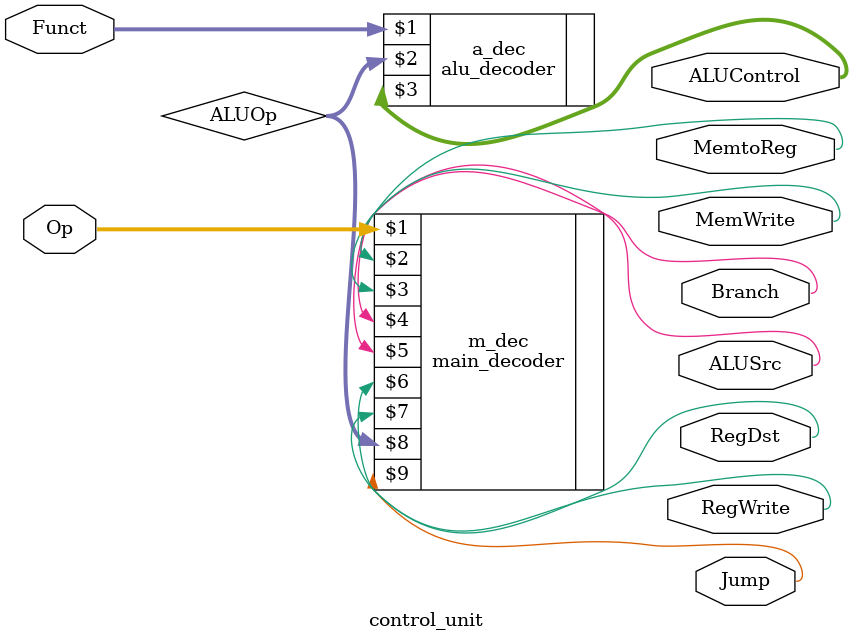
<source format=v>
module control_unit (Op,Funct,MemtoReg,MemWrite,Branch,ALUControl,ALUSrc,RegDst,RegWrite,Jump);

input [5:0] Op,Funct;
output MemtoReg,MemWrite,Branch,ALUSrc,RegDst,RegWrite,Jump;
output [2:0] ALUControl;
wire [1:0] ALUOp;

main_decoder m_dec (Op,MemtoReg,MemWrite,Branch,ALUSrc,RegDst,RegWrite,ALUOp,Jump);
alu_decoder a_dec (Funct,ALUOp,ALUControl);

endmodule
</source>
